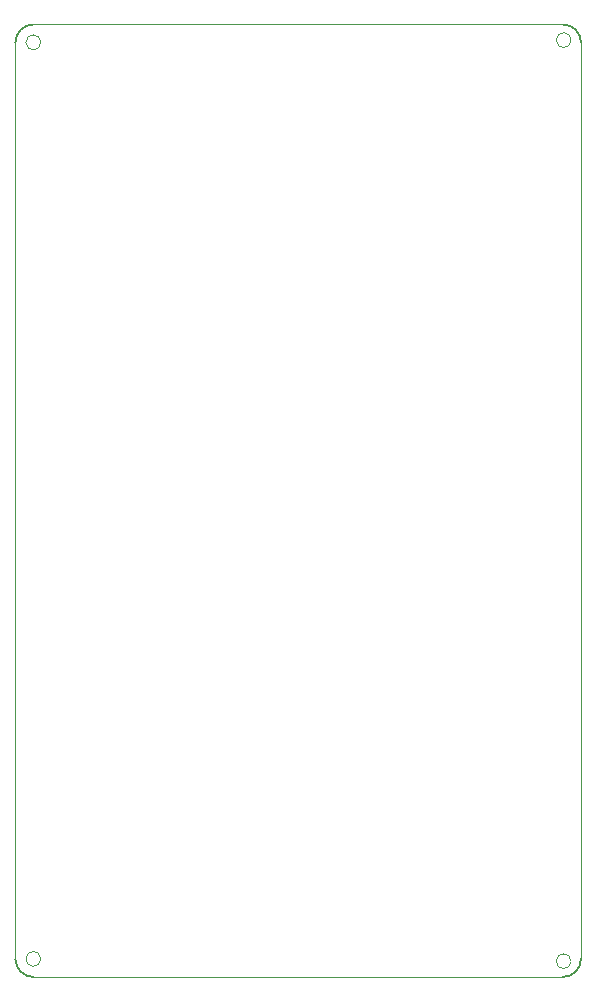
<source format=gbr>
%TF.GenerationSoftware,KiCad,Pcbnew,7.0.7*%
%TF.CreationDate,2023-09-27T12:22:37+02:00*%
%TF.ProjectId,EEE4022S Receiver Circuit,45454534-3032-4325-9320-526563656976,rev?*%
%TF.SameCoordinates,Original*%
%TF.FileFunction,Profile,NP*%
%FSLAX46Y46*%
G04 Gerber Fmt 4.6, Leading zero omitted, Abs format (unit mm)*
G04 Created by KiCad (PCBNEW 7.0.7) date 2023-09-27 12:22:37*
%MOMM*%
%LPD*%
G01*
G04 APERTURE LIST*
%TA.AperFunction,Profile*%
%ADD10C,0.100000*%
%TD*%
%TA.AperFunction,Profile*%
%ADD11C,0.200000*%
%TD*%
G04 APERTURE END LIST*
D10*
X126361263Y-69719262D02*
G75*
G03*
X126361263Y-69719262I-631263J0D01*
G01*
X81464892Y-69911631D02*
G75*
G03*
X81464892Y-69911631I-631263J0D01*
G01*
D11*
X80833631Y-68387631D02*
G75*
G03*
X79309631Y-69911631I-31J-1523969D01*
G01*
D10*
X125668369Y-68387631D02*
X80833631Y-68387631D01*
D11*
X79309631Y-147512369D02*
G75*
G03*
X80833631Y-149036369I1523969J-31D01*
G01*
X127192369Y-69911631D02*
G75*
G03*
X125668369Y-68387631I-1523969J31D01*
G01*
D10*
X81464894Y-147512371D02*
G75*
G03*
X81464894Y-147512371I-631263J0D01*
G01*
X126361263Y-147704738D02*
G75*
G03*
X126361263Y-147704738I-631263J0D01*
G01*
X127192369Y-147512369D02*
X127192369Y-69911631D01*
D11*
X125668369Y-149036369D02*
G75*
G03*
X127192369Y-147512369I31J1523969D01*
G01*
D10*
X80833631Y-149036369D02*
X125668369Y-149036369D01*
X79309631Y-69911631D02*
X79309631Y-147512369D01*
M02*

</source>
